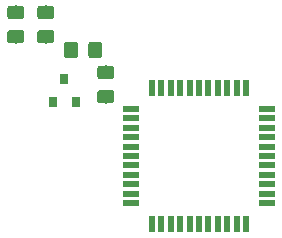
<source format=gbr>
G04 #@! TF.GenerationSoftware,KiCad,Pcbnew,(5.1.2)-2*
G04 #@! TF.CreationDate,2019-08-15T12:03:38-06:00*
G04 #@! TF.ProjectId,ps2plus,70733270-6c75-4732-9e6b-696361645f70,rev?*
G04 #@! TF.SameCoordinates,Original*
G04 #@! TF.FileFunction,Paste,Top*
G04 #@! TF.FilePolarity,Positive*
%FSLAX46Y46*%
G04 Gerber Fmt 4.6, Leading zero omitted, Abs format (unit mm)*
G04 Created by KiCad (PCBNEW (5.1.2)-2) date 2019-08-15 12:03:38*
%MOMM*%
%LPD*%
G04 APERTURE LIST*
%ADD10C,0.100000*%
%ADD11C,1.150000*%
%ADD12R,0.800000X0.900000*%
%ADD13R,1.473200X0.482600*%
%ADD14R,0.482600X1.473200*%
G04 APERTURE END LIST*
D10*
G36*
X128744505Y-61166204D02*
G01*
X128768773Y-61169804D01*
X128792572Y-61175765D01*
X128815671Y-61184030D01*
X128837850Y-61194520D01*
X128858893Y-61207132D01*
X128878599Y-61221747D01*
X128896777Y-61238223D01*
X128913253Y-61256401D01*
X128927868Y-61276107D01*
X128940480Y-61297150D01*
X128950970Y-61319329D01*
X128959235Y-61342428D01*
X128965196Y-61366227D01*
X128968796Y-61390495D01*
X128970000Y-61414999D01*
X128970000Y-62065001D01*
X128968796Y-62089505D01*
X128965196Y-62113773D01*
X128959235Y-62137572D01*
X128950970Y-62160671D01*
X128940480Y-62182850D01*
X128927868Y-62203893D01*
X128913253Y-62223599D01*
X128896777Y-62241777D01*
X128878599Y-62258253D01*
X128858893Y-62272868D01*
X128837850Y-62285480D01*
X128815671Y-62295970D01*
X128792572Y-62304235D01*
X128768773Y-62310196D01*
X128744505Y-62313796D01*
X128720001Y-62315000D01*
X127819999Y-62315000D01*
X127795495Y-62313796D01*
X127771227Y-62310196D01*
X127747428Y-62304235D01*
X127724329Y-62295970D01*
X127702150Y-62285480D01*
X127681107Y-62272868D01*
X127661401Y-62258253D01*
X127643223Y-62241777D01*
X127626747Y-62223599D01*
X127612132Y-62203893D01*
X127599520Y-62182850D01*
X127589030Y-62160671D01*
X127580765Y-62137572D01*
X127574804Y-62113773D01*
X127571204Y-62089505D01*
X127570000Y-62065001D01*
X127570000Y-61414999D01*
X127571204Y-61390495D01*
X127574804Y-61366227D01*
X127580765Y-61342428D01*
X127589030Y-61319329D01*
X127599520Y-61297150D01*
X127612132Y-61276107D01*
X127626747Y-61256401D01*
X127643223Y-61238223D01*
X127661401Y-61221747D01*
X127681107Y-61207132D01*
X127702150Y-61194520D01*
X127724329Y-61184030D01*
X127747428Y-61175765D01*
X127771227Y-61169804D01*
X127795495Y-61166204D01*
X127819999Y-61165000D01*
X128720001Y-61165000D01*
X128744505Y-61166204D01*
X128744505Y-61166204D01*
G37*
D11*
X128270000Y-61740000D03*
D10*
G36*
X128744505Y-59116204D02*
G01*
X128768773Y-59119804D01*
X128792572Y-59125765D01*
X128815671Y-59134030D01*
X128837850Y-59144520D01*
X128858893Y-59157132D01*
X128878599Y-59171747D01*
X128896777Y-59188223D01*
X128913253Y-59206401D01*
X128927868Y-59226107D01*
X128940480Y-59247150D01*
X128950970Y-59269329D01*
X128959235Y-59292428D01*
X128965196Y-59316227D01*
X128968796Y-59340495D01*
X128970000Y-59364999D01*
X128970000Y-60015001D01*
X128968796Y-60039505D01*
X128965196Y-60063773D01*
X128959235Y-60087572D01*
X128950970Y-60110671D01*
X128940480Y-60132850D01*
X128927868Y-60153893D01*
X128913253Y-60173599D01*
X128896777Y-60191777D01*
X128878599Y-60208253D01*
X128858893Y-60222868D01*
X128837850Y-60235480D01*
X128815671Y-60245970D01*
X128792572Y-60254235D01*
X128768773Y-60260196D01*
X128744505Y-60263796D01*
X128720001Y-60265000D01*
X127819999Y-60265000D01*
X127795495Y-60263796D01*
X127771227Y-60260196D01*
X127747428Y-60254235D01*
X127724329Y-60245970D01*
X127702150Y-60235480D01*
X127681107Y-60222868D01*
X127661401Y-60208253D01*
X127643223Y-60191777D01*
X127626747Y-60173599D01*
X127612132Y-60153893D01*
X127599520Y-60132850D01*
X127589030Y-60110671D01*
X127580765Y-60087572D01*
X127574804Y-60063773D01*
X127571204Y-60039505D01*
X127570000Y-60015001D01*
X127570000Y-59364999D01*
X127571204Y-59340495D01*
X127574804Y-59316227D01*
X127580765Y-59292428D01*
X127589030Y-59269329D01*
X127599520Y-59247150D01*
X127612132Y-59226107D01*
X127626747Y-59206401D01*
X127643223Y-59188223D01*
X127661401Y-59171747D01*
X127681107Y-59157132D01*
X127702150Y-59144520D01*
X127724329Y-59134030D01*
X127747428Y-59125765D01*
X127771227Y-59119804D01*
X127795495Y-59116204D01*
X127819999Y-59115000D01*
X128720001Y-59115000D01*
X128744505Y-59116204D01*
X128744505Y-59116204D01*
G37*
D11*
X128270000Y-59690000D03*
D10*
G36*
X126204505Y-59116204D02*
G01*
X126228773Y-59119804D01*
X126252572Y-59125765D01*
X126275671Y-59134030D01*
X126297850Y-59144520D01*
X126318893Y-59157132D01*
X126338599Y-59171747D01*
X126356777Y-59188223D01*
X126373253Y-59206401D01*
X126387868Y-59226107D01*
X126400480Y-59247150D01*
X126410970Y-59269329D01*
X126419235Y-59292428D01*
X126425196Y-59316227D01*
X126428796Y-59340495D01*
X126430000Y-59364999D01*
X126430000Y-60015001D01*
X126428796Y-60039505D01*
X126425196Y-60063773D01*
X126419235Y-60087572D01*
X126410970Y-60110671D01*
X126400480Y-60132850D01*
X126387868Y-60153893D01*
X126373253Y-60173599D01*
X126356777Y-60191777D01*
X126338599Y-60208253D01*
X126318893Y-60222868D01*
X126297850Y-60235480D01*
X126275671Y-60245970D01*
X126252572Y-60254235D01*
X126228773Y-60260196D01*
X126204505Y-60263796D01*
X126180001Y-60265000D01*
X125279999Y-60265000D01*
X125255495Y-60263796D01*
X125231227Y-60260196D01*
X125207428Y-60254235D01*
X125184329Y-60245970D01*
X125162150Y-60235480D01*
X125141107Y-60222868D01*
X125121401Y-60208253D01*
X125103223Y-60191777D01*
X125086747Y-60173599D01*
X125072132Y-60153893D01*
X125059520Y-60132850D01*
X125049030Y-60110671D01*
X125040765Y-60087572D01*
X125034804Y-60063773D01*
X125031204Y-60039505D01*
X125030000Y-60015001D01*
X125030000Y-59364999D01*
X125031204Y-59340495D01*
X125034804Y-59316227D01*
X125040765Y-59292428D01*
X125049030Y-59269329D01*
X125059520Y-59247150D01*
X125072132Y-59226107D01*
X125086747Y-59206401D01*
X125103223Y-59188223D01*
X125121401Y-59171747D01*
X125141107Y-59157132D01*
X125162150Y-59144520D01*
X125184329Y-59134030D01*
X125207428Y-59125765D01*
X125231227Y-59119804D01*
X125255495Y-59116204D01*
X125279999Y-59115000D01*
X126180001Y-59115000D01*
X126204505Y-59116204D01*
X126204505Y-59116204D01*
G37*
D11*
X125730000Y-59690000D03*
D10*
G36*
X126204505Y-61166204D02*
G01*
X126228773Y-61169804D01*
X126252572Y-61175765D01*
X126275671Y-61184030D01*
X126297850Y-61194520D01*
X126318893Y-61207132D01*
X126338599Y-61221747D01*
X126356777Y-61238223D01*
X126373253Y-61256401D01*
X126387868Y-61276107D01*
X126400480Y-61297150D01*
X126410970Y-61319329D01*
X126419235Y-61342428D01*
X126425196Y-61366227D01*
X126428796Y-61390495D01*
X126430000Y-61414999D01*
X126430000Y-62065001D01*
X126428796Y-62089505D01*
X126425196Y-62113773D01*
X126419235Y-62137572D01*
X126410970Y-62160671D01*
X126400480Y-62182850D01*
X126387868Y-62203893D01*
X126373253Y-62223599D01*
X126356777Y-62241777D01*
X126338599Y-62258253D01*
X126318893Y-62272868D01*
X126297850Y-62285480D01*
X126275671Y-62295970D01*
X126252572Y-62304235D01*
X126228773Y-62310196D01*
X126204505Y-62313796D01*
X126180001Y-62315000D01*
X125279999Y-62315000D01*
X125255495Y-62313796D01*
X125231227Y-62310196D01*
X125207428Y-62304235D01*
X125184329Y-62295970D01*
X125162150Y-62285480D01*
X125141107Y-62272868D01*
X125121401Y-62258253D01*
X125103223Y-62241777D01*
X125086747Y-62223599D01*
X125072132Y-62203893D01*
X125059520Y-62182850D01*
X125049030Y-62160671D01*
X125040765Y-62137572D01*
X125034804Y-62113773D01*
X125031204Y-62089505D01*
X125030000Y-62065001D01*
X125030000Y-61414999D01*
X125031204Y-61390495D01*
X125034804Y-61366227D01*
X125040765Y-61342428D01*
X125049030Y-61319329D01*
X125059520Y-61297150D01*
X125072132Y-61276107D01*
X125086747Y-61256401D01*
X125103223Y-61238223D01*
X125121401Y-61221747D01*
X125141107Y-61207132D01*
X125162150Y-61194520D01*
X125184329Y-61184030D01*
X125207428Y-61175765D01*
X125231227Y-61169804D01*
X125255495Y-61166204D01*
X125279999Y-61165000D01*
X126180001Y-61165000D01*
X126204505Y-61166204D01*
X126204505Y-61166204D01*
G37*
D11*
X125730000Y-61740000D03*
D12*
X128910000Y-67310000D03*
X130810000Y-67310000D03*
X129860000Y-65310000D03*
D10*
G36*
X132819505Y-62166204D02*
G01*
X132843773Y-62169804D01*
X132867572Y-62175765D01*
X132890671Y-62184030D01*
X132912850Y-62194520D01*
X132933893Y-62207132D01*
X132953599Y-62221747D01*
X132971777Y-62238223D01*
X132988253Y-62256401D01*
X133002868Y-62276107D01*
X133015480Y-62297150D01*
X133025970Y-62319329D01*
X133034235Y-62342428D01*
X133040196Y-62366227D01*
X133043796Y-62390495D01*
X133045000Y-62414999D01*
X133045000Y-63315001D01*
X133043796Y-63339505D01*
X133040196Y-63363773D01*
X133034235Y-63387572D01*
X133025970Y-63410671D01*
X133015480Y-63432850D01*
X133002868Y-63453893D01*
X132988253Y-63473599D01*
X132971777Y-63491777D01*
X132953599Y-63508253D01*
X132933893Y-63522868D01*
X132912850Y-63535480D01*
X132890671Y-63545970D01*
X132867572Y-63554235D01*
X132843773Y-63560196D01*
X132819505Y-63563796D01*
X132795001Y-63565000D01*
X132144999Y-63565000D01*
X132120495Y-63563796D01*
X132096227Y-63560196D01*
X132072428Y-63554235D01*
X132049329Y-63545970D01*
X132027150Y-63535480D01*
X132006107Y-63522868D01*
X131986401Y-63508253D01*
X131968223Y-63491777D01*
X131951747Y-63473599D01*
X131937132Y-63453893D01*
X131924520Y-63432850D01*
X131914030Y-63410671D01*
X131905765Y-63387572D01*
X131899804Y-63363773D01*
X131896204Y-63339505D01*
X131895000Y-63315001D01*
X131895000Y-62414999D01*
X131896204Y-62390495D01*
X131899804Y-62366227D01*
X131905765Y-62342428D01*
X131914030Y-62319329D01*
X131924520Y-62297150D01*
X131937132Y-62276107D01*
X131951747Y-62256401D01*
X131968223Y-62238223D01*
X131986401Y-62221747D01*
X132006107Y-62207132D01*
X132027150Y-62194520D01*
X132049329Y-62184030D01*
X132072428Y-62175765D01*
X132096227Y-62169804D01*
X132120495Y-62166204D01*
X132144999Y-62165000D01*
X132795001Y-62165000D01*
X132819505Y-62166204D01*
X132819505Y-62166204D01*
G37*
D11*
X132470000Y-62865000D03*
D10*
G36*
X130769505Y-62166204D02*
G01*
X130793773Y-62169804D01*
X130817572Y-62175765D01*
X130840671Y-62184030D01*
X130862850Y-62194520D01*
X130883893Y-62207132D01*
X130903599Y-62221747D01*
X130921777Y-62238223D01*
X130938253Y-62256401D01*
X130952868Y-62276107D01*
X130965480Y-62297150D01*
X130975970Y-62319329D01*
X130984235Y-62342428D01*
X130990196Y-62366227D01*
X130993796Y-62390495D01*
X130995000Y-62414999D01*
X130995000Y-63315001D01*
X130993796Y-63339505D01*
X130990196Y-63363773D01*
X130984235Y-63387572D01*
X130975970Y-63410671D01*
X130965480Y-63432850D01*
X130952868Y-63453893D01*
X130938253Y-63473599D01*
X130921777Y-63491777D01*
X130903599Y-63508253D01*
X130883893Y-63522868D01*
X130862850Y-63535480D01*
X130840671Y-63545970D01*
X130817572Y-63554235D01*
X130793773Y-63560196D01*
X130769505Y-63563796D01*
X130745001Y-63565000D01*
X130094999Y-63565000D01*
X130070495Y-63563796D01*
X130046227Y-63560196D01*
X130022428Y-63554235D01*
X129999329Y-63545970D01*
X129977150Y-63535480D01*
X129956107Y-63522868D01*
X129936401Y-63508253D01*
X129918223Y-63491777D01*
X129901747Y-63473599D01*
X129887132Y-63453893D01*
X129874520Y-63432850D01*
X129864030Y-63410671D01*
X129855765Y-63387572D01*
X129849804Y-63363773D01*
X129846204Y-63339505D01*
X129845000Y-63315001D01*
X129845000Y-62414999D01*
X129846204Y-62390495D01*
X129849804Y-62366227D01*
X129855765Y-62342428D01*
X129864030Y-62319329D01*
X129874520Y-62297150D01*
X129887132Y-62276107D01*
X129901747Y-62256401D01*
X129918223Y-62238223D01*
X129936401Y-62221747D01*
X129956107Y-62207132D01*
X129977150Y-62194520D01*
X129999329Y-62184030D01*
X130022428Y-62175765D01*
X130046227Y-62169804D01*
X130070495Y-62166204D01*
X130094999Y-62165000D01*
X130745001Y-62165000D01*
X130769505Y-62166204D01*
X130769505Y-62166204D01*
G37*
D11*
X130420000Y-62865000D03*
D10*
G36*
X133824505Y-66246204D02*
G01*
X133848773Y-66249804D01*
X133872572Y-66255765D01*
X133895671Y-66264030D01*
X133917850Y-66274520D01*
X133938893Y-66287132D01*
X133958599Y-66301747D01*
X133976777Y-66318223D01*
X133993253Y-66336401D01*
X134007868Y-66356107D01*
X134020480Y-66377150D01*
X134030970Y-66399329D01*
X134039235Y-66422428D01*
X134045196Y-66446227D01*
X134048796Y-66470495D01*
X134050000Y-66494999D01*
X134050000Y-67145001D01*
X134048796Y-67169505D01*
X134045196Y-67193773D01*
X134039235Y-67217572D01*
X134030970Y-67240671D01*
X134020480Y-67262850D01*
X134007868Y-67283893D01*
X133993253Y-67303599D01*
X133976777Y-67321777D01*
X133958599Y-67338253D01*
X133938893Y-67352868D01*
X133917850Y-67365480D01*
X133895671Y-67375970D01*
X133872572Y-67384235D01*
X133848773Y-67390196D01*
X133824505Y-67393796D01*
X133800001Y-67395000D01*
X132899999Y-67395000D01*
X132875495Y-67393796D01*
X132851227Y-67390196D01*
X132827428Y-67384235D01*
X132804329Y-67375970D01*
X132782150Y-67365480D01*
X132761107Y-67352868D01*
X132741401Y-67338253D01*
X132723223Y-67321777D01*
X132706747Y-67303599D01*
X132692132Y-67283893D01*
X132679520Y-67262850D01*
X132669030Y-67240671D01*
X132660765Y-67217572D01*
X132654804Y-67193773D01*
X132651204Y-67169505D01*
X132650000Y-67145001D01*
X132650000Y-66494999D01*
X132651204Y-66470495D01*
X132654804Y-66446227D01*
X132660765Y-66422428D01*
X132669030Y-66399329D01*
X132679520Y-66377150D01*
X132692132Y-66356107D01*
X132706747Y-66336401D01*
X132723223Y-66318223D01*
X132741401Y-66301747D01*
X132761107Y-66287132D01*
X132782150Y-66274520D01*
X132804329Y-66264030D01*
X132827428Y-66255765D01*
X132851227Y-66249804D01*
X132875495Y-66246204D01*
X132899999Y-66245000D01*
X133800001Y-66245000D01*
X133824505Y-66246204D01*
X133824505Y-66246204D01*
G37*
D11*
X133350000Y-66820000D03*
D10*
G36*
X133824505Y-64196204D02*
G01*
X133848773Y-64199804D01*
X133872572Y-64205765D01*
X133895671Y-64214030D01*
X133917850Y-64224520D01*
X133938893Y-64237132D01*
X133958599Y-64251747D01*
X133976777Y-64268223D01*
X133993253Y-64286401D01*
X134007868Y-64306107D01*
X134020480Y-64327150D01*
X134030970Y-64349329D01*
X134039235Y-64372428D01*
X134045196Y-64396227D01*
X134048796Y-64420495D01*
X134050000Y-64444999D01*
X134050000Y-65095001D01*
X134048796Y-65119505D01*
X134045196Y-65143773D01*
X134039235Y-65167572D01*
X134030970Y-65190671D01*
X134020480Y-65212850D01*
X134007868Y-65233893D01*
X133993253Y-65253599D01*
X133976777Y-65271777D01*
X133958599Y-65288253D01*
X133938893Y-65302868D01*
X133917850Y-65315480D01*
X133895671Y-65325970D01*
X133872572Y-65334235D01*
X133848773Y-65340196D01*
X133824505Y-65343796D01*
X133800001Y-65345000D01*
X132899999Y-65345000D01*
X132875495Y-65343796D01*
X132851227Y-65340196D01*
X132827428Y-65334235D01*
X132804329Y-65325970D01*
X132782150Y-65315480D01*
X132761107Y-65302868D01*
X132741401Y-65288253D01*
X132723223Y-65271777D01*
X132706747Y-65253599D01*
X132692132Y-65233893D01*
X132679520Y-65212850D01*
X132669030Y-65190671D01*
X132660765Y-65167572D01*
X132654804Y-65143773D01*
X132651204Y-65119505D01*
X132650000Y-65095001D01*
X132650000Y-64444999D01*
X132651204Y-64420495D01*
X132654804Y-64396227D01*
X132660765Y-64372428D01*
X132669030Y-64349329D01*
X132679520Y-64327150D01*
X132692132Y-64306107D01*
X132706747Y-64286401D01*
X132723223Y-64268223D01*
X132741401Y-64251747D01*
X132761107Y-64237132D01*
X132782150Y-64224520D01*
X132804329Y-64214030D01*
X132827428Y-64205765D01*
X132851227Y-64199804D01*
X132875495Y-64196204D01*
X132899999Y-64195000D01*
X133800001Y-64195000D01*
X133824505Y-64196204D01*
X133824505Y-64196204D01*
G37*
D11*
X133350000Y-64770000D03*
D13*
X135510801Y-67843401D03*
X135510801Y-68630801D03*
X135510801Y-69443601D03*
X135510801Y-70231001D03*
X135510801Y-71043801D03*
X135510801Y-71831201D03*
X135510801Y-72618601D03*
X135510801Y-73431401D03*
X135510801Y-74218801D03*
X135510801Y-75031601D03*
X135510801Y-75819001D03*
D14*
X137263401Y-77571601D03*
X138050801Y-77571601D03*
X138863601Y-77571601D03*
X139651001Y-77571601D03*
X140463801Y-77571601D03*
X141251201Y-77571601D03*
X142038601Y-77571601D03*
X142851401Y-77571601D03*
X143638801Y-77571601D03*
X144451601Y-77571601D03*
X145239001Y-77571601D03*
D13*
X146991601Y-75819001D03*
X146991601Y-75031601D03*
X146991601Y-74218801D03*
X146991601Y-73431401D03*
X146991601Y-72618601D03*
X146991601Y-71831201D03*
X146991601Y-71043801D03*
X146991601Y-70231001D03*
X146991601Y-69443601D03*
X146991601Y-68630801D03*
X146991601Y-67843401D03*
D14*
X145239001Y-66090801D03*
X144451601Y-66090801D03*
X143638801Y-66090801D03*
X142851401Y-66090801D03*
X142038601Y-66090801D03*
X141251201Y-66090801D03*
X140463801Y-66090801D03*
X139651001Y-66090801D03*
X138863601Y-66090801D03*
X138050801Y-66090801D03*
X137263401Y-66090801D03*
M02*

</source>
